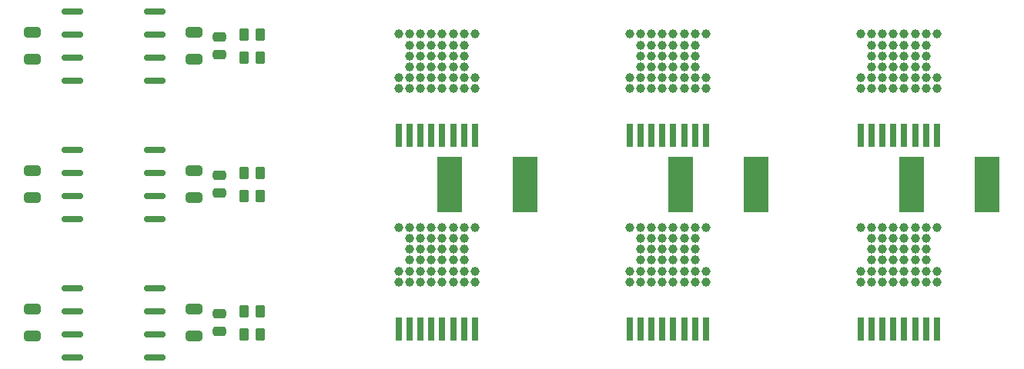
<source format=gbr>
%TF.GenerationSoftware,KiCad,Pcbnew,(7.0.0-0)*%
%TF.CreationDate,2023-06-28T09:11:26-07:00*%
%TF.ProjectId,Power Stage,506f7765-7220-4537-9461-67652e6b6963,rev?*%
%TF.SameCoordinates,Original*%
%TF.FileFunction,Paste,Bot*%
%TF.FilePolarity,Positive*%
%FSLAX46Y46*%
G04 Gerber Fmt 4.6, Leading zero omitted, Abs format (unit mm)*
G04 Created by KiCad (PCBNEW (7.0.0-0)) date 2023-06-28 09:11:26*
%MOMM*%
%LPD*%
G01*
G04 APERTURE LIST*
G04 Aperture macros list*
%AMRoundRect*
0 Rectangle with rounded corners*
0 $1 Rounding radius*
0 $2 $3 $4 $5 $6 $7 $8 $9 X,Y pos of 4 corners*
0 Add a 4 corners polygon primitive as box body*
4,1,4,$2,$3,$4,$5,$6,$7,$8,$9,$2,$3,0*
0 Add four circle primitives for the rounded corners*
1,1,$1+$1,$2,$3*
1,1,$1+$1,$4,$5*
1,1,$1+$1,$6,$7*
1,1,$1+$1,$8,$9*
0 Add four rect primitives between the rounded corners*
20,1,$1+$1,$2,$3,$4,$5,0*
20,1,$1+$1,$4,$5,$6,$7,0*
20,1,$1+$1,$6,$7,$8,$9,0*
20,1,$1+$1,$8,$9,$2,$3,0*%
G04 Aperture macros list end*
%ADD10C,1.000000*%
%ADD11R,0.700000X2.600000*%
%ADD12RoundRect,0.162500X1.012500X0.162500X-1.012500X0.162500X-1.012500X-0.162500X1.012500X-0.162500X0*%
%ADD13RoundRect,0.250000X0.262500X0.450000X-0.262500X0.450000X-0.262500X-0.450000X0.262500X-0.450000X0*%
%ADD14R,2.700000X6.200000*%
%ADD15RoundRect,0.250000X-0.650000X0.325000X-0.650000X-0.325000X0.650000X-0.325000X0.650000X0.325000X0*%
%ADD16RoundRect,0.250000X-0.475000X0.250000X-0.475000X-0.250000X0.475000X-0.250000X0.475000X0.250000X0*%
G04 APERTURE END LIST*
D10*
%TO.C,Q6*%
X230400000Y-111160000D03*
X225600000Y-106360000D03*
X230400000Y-112360000D03*
X231600000Y-111160000D03*
X229200000Y-106360000D03*
X231600000Y-107560000D03*
X232800000Y-106360000D03*
D11*
X232799999Y-117539999D03*
D10*
X226800000Y-111160000D03*
D11*
X227999999Y-117539999D03*
D10*
X229200000Y-109960000D03*
X229200000Y-112360000D03*
X225600000Y-109960000D03*
D11*
X229199999Y-117539999D03*
X230399999Y-117539999D03*
D10*
X225600000Y-107560000D03*
X230400000Y-106360000D03*
X226800000Y-107560000D03*
X226800000Y-109960000D03*
X230400000Y-107560000D03*
D11*
X225599999Y-117539999D03*
D10*
X225600000Y-112360000D03*
X224400000Y-106360000D03*
X231600000Y-108760000D03*
X225600000Y-111160000D03*
D11*
X224399999Y-117539999D03*
D10*
X224400000Y-112360000D03*
X229200000Y-111160000D03*
X232800000Y-112360000D03*
X225600000Y-108760000D03*
X230400000Y-108760000D03*
X231600000Y-112360000D03*
X229200000Y-107560000D03*
X229200000Y-108760000D03*
X228000000Y-108760000D03*
X226800000Y-108760000D03*
X232800000Y-111160000D03*
X228000000Y-112360000D03*
X231600000Y-109960000D03*
D11*
X226799999Y-117539999D03*
D10*
X226800000Y-112360000D03*
X228000000Y-109960000D03*
X224400000Y-111160000D03*
X228000000Y-111160000D03*
X228000000Y-107560000D03*
X231600000Y-106360000D03*
X228000000Y-106360000D03*
X230400000Y-109960000D03*
D11*
X231599999Y-117539999D03*
D10*
X226800000Y-106360000D03*
%TD*%
%TO.C,Q5*%
X230400000Y-89868000D03*
X225600000Y-85068000D03*
X230400000Y-91068000D03*
X231600000Y-89868000D03*
X229200000Y-85068000D03*
X231600000Y-86268000D03*
X232800000Y-85068000D03*
D11*
X232799999Y-96247999D03*
D10*
X226800000Y-89868000D03*
D11*
X227999999Y-96247999D03*
D10*
X229200000Y-88668000D03*
X229200000Y-91068000D03*
X225600000Y-88668000D03*
D11*
X229199999Y-96247999D03*
X230399999Y-96247999D03*
D10*
X225600000Y-86268000D03*
X230400000Y-85068000D03*
X226800000Y-86268000D03*
X226800000Y-88668000D03*
X230400000Y-86268000D03*
D11*
X225599999Y-96247999D03*
D10*
X225600000Y-91068000D03*
X224400000Y-85068000D03*
X231600000Y-87468000D03*
X225600000Y-89868000D03*
D11*
X224399999Y-96247999D03*
D10*
X224400000Y-91068000D03*
X229200000Y-89868000D03*
X232800000Y-91068000D03*
X225600000Y-87468000D03*
X230400000Y-87468000D03*
X231600000Y-91068000D03*
X229200000Y-86268000D03*
X229200000Y-87468000D03*
X228000000Y-87468000D03*
X226800000Y-87468000D03*
X232800000Y-89868000D03*
X228000000Y-91068000D03*
X231600000Y-88668000D03*
D11*
X226799999Y-96247999D03*
D10*
X226800000Y-91068000D03*
X228000000Y-88668000D03*
X224400000Y-89868000D03*
X228000000Y-89868000D03*
X228000000Y-86268000D03*
X231600000Y-85068000D03*
X228000000Y-85068000D03*
X230400000Y-88668000D03*
D11*
X231599999Y-96247999D03*
D10*
X226800000Y-85068000D03*
%TD*%
%TO.C,Q4*%
X205000000Y-111160000D03*
X200200000Y-106360000D03*
X205000000Y-112360000D03*
X206200000Y-111160000D03*
X203800000Y-106360000D03*
X206200000Y-107560000D03*
X207400000Y-106360000D03*
D11*
X207399999Y-117539999D03*
D10*
X201400000Y-111160000D03*
D11*
X202599999Y-117539999D03*
D10*
X203800000Y-109960000D03*
X203800000Y-112360000D03*
X200200000Y-109960000D03*
D11*
X203799999Y-117539999D03*
X204999999Y-117539999D03*
D10*
X200200000Y-107560000D03*
X205000000Y-106360000D03*
X201400000Y-107560000D03*
X201400000Y-109960000D03*
X205000000Y-107560000D03*
D11*
X200199999Y-117539999D03*
D10*
X200200000Y-112360000D03*
X199000000Y-106360000D03*
X206200000Y-108760000D03*
X200200000Y-111160000D03*
D11*
X198999999Y-117539999D03*
D10*
X199000000Y-112360000D03*
X203800000Y-111160000D03*
X207400000Y-112360000D03*
X200200000Y-108760000D03*
X205000000Y-108760000D03*
X206200000Y-112360000D03*
X203800000Y-107560000D03*
X203800000Y-108760000D03*
X202600000Y-108760000D03*
X201400000Y-108760000D03*
X207400000Y-111160000D03*
X202600000Y-112360000D03*
X206200000Y-109960000D03*
D11*
X201399999Y-117539999D03*
D10*
X201400000Y-112360000D03*
X202600000Y-109960000D03*
X199000000Y-111160000D03*
X202600000Y-111160000D03*
X202600000Y-107560000D03*
X206200000Y-106360000D03*
X202600000Y-106360000D03*
X205000000Y-109960000D03*
D11*
X206199999Y-117539999D03*
D10*
X201400000Y-106360000D03*
%TD*%
%TO.C,Q3*%
X205000000Y-89868000D03*
X200200000Y-85068000D03*
X205000000Y-91068000D03*
X206200000Y-89868000D03*
X203800000Y-85068000D03*
X206200000Y-86268000D03*
X207400000Y-85068000D03*
D11*
X207399999Y-96247999D03*
D10*
X201400000Y-89868000D03*
D11*
X202599999Y-96247999D03*
D10*
X203800000Y-88668000D03*
X203800000Y-91068000D03*
X200200000Y-88668000D03*
D11*
X203799999Y-96247999D03*
X204999999Y-96247999D03*
D10*
X200200000Y-86268000D03*
X205000000Y-85068000D03*
X201400000Y-86268000D03*
X201400000Y-88668000D03*
X205000000Y-86268000D03*
D11*
X200199999Y-96247999D03*
D10*
X200200000Y-91068000D03*
X199000000Y-85068000D03*
X206200000Y-87468000D03*
X200200000Y-89868000D03*
D11*
X198999999Y-96247999D03*
D10*
X199000000Y-91068000D03*
X203800000Y-89868000D03*
X207400000Y-91068000D03*
X200200000Y-87468000D03*
X205000000Y-87468000D03*
X206200000Y-91068000D03*
X203800000Y-86268000D03*
X203800000Y-87468000D03*
X202600000Y-87468000D03*
X201400000Y-87468000D03*
X207400000Y-89868000D03*
X202600000Y-91068000D03*
X206200000Y-88668000D03*
D11*
X201399999Y-96247999D03*
D10*
X201400000Y-91068000D03*
X202600000Y-88668000D03*
X199000000Y-89868000D03*
X202600000Y-89868000D03*
X202600000Y-86268000D03*
X206200000Y-85068000D03*
X202600000Y-85068000D03*
X205000000Y-88668000D03*
D11*
X206199999Y-96247999D03*
D10*
X201400000Y-85068000D03*
%TD*%
%TO.C,Q2*%
X179600000Y-111160000D03*
X174800000Y-106360000D03*
X179600000Y-112360000D03*
X180800000Y-111160000D03*
X178400000Y-106360000D03*
X180800000Y-107560000D03*
X182000000Y-106360000D03*
D11*
X181999999Y-117539999D03*
D10*
X176000000Y-111160000D03*
D11*
X177199999Y-117539999D03*
D10*
X178400000Y-109960000D03*
X178400000Y-112360000D03*
X174800000Y-109960000D03*
D11*
X178399999Y-117539999D03*
X179599999Y-117539999D03*
D10*
X174800000Y-107560000D03*
X179600000Y-106360000D03*
X176000000Y-107560000D03*
X176000000Y-109960000D03*
X179600000Y-107560000D03*
D11*
X174799999Y-117539999D03*
D10*
X174800000Y-112360000D03*
X173600000Y-106360000D03*
X180800000Y-108760000D03*
X174800000Y-111160000D03*
D11*
X173599999Y-117539999D03*
D10*
X173600000Y-112360000D03*
X178400000Y-111160000D03*
X182000000Y-112360000D03*
X174800000Y-108760000D03*
X179600000Y-108760000D03*
X180800000Y-112360000D03*
X178400000Y-107560000D03*
X178400000Y-108760000D03*
X177200000Y-108760000D03*
X176000000Y-108760000D03*
X182000000Y-111160000D03*
X177200000Y-112360000D03*
X180800000Y-109960000D03*
D11*
X175999999Y-117539999D03*
D10*
X176000000Y-112360000D03*
X177200000Y-109960000D03*
X173600000Y-111160000D03*
X177200000Y-111160000D03*
X177200000Y-107560000D03*
X180800000Y-106360000D03*
X177200000Y-106360000D03*
X179600000Y-109960000D03*
D11*
X180799999Y-117539999D03*
D10*
X176000000Y-106360000D03*
%TD*%
%TO.C,Q1*%
X179600000Y-89868000D03*
X174800000Y-85068000D03*
X179600000Y-91068000D03*
X180800000Y-89868000D03*
X178400000Y-85068000D03*
X180800000Y-86268000D03*
X182000000Y-85068000D03*
D11*
X181999999Y-96247999D03*
D10*
X176000000Y-89868000D03*
D11*
X177199999Y-96247999D03*
D10*
X178400000Y-88668000D03*
X178400000Y-91068000D03*
X174800000Y-88668000D03*
D11*
X178399999Y-96247999D03*
X179599999Y-96247999D03*
D10*
X174800000Y-86268000D03*
X179600000Y-85068000D03*
X176000000Y-86268000D03*
X176000000Y-88668000D03*
X179600000Y-86268000D03*
D11*
X174799999Y-96247999D03*
D10*
X174800000Y-91068000D03*
X173600000Y-85068000D03*
X180800000Y-87468000D03*
X174800000Y-89868000D03*
D11*
X173599999Y-96247999D03*
D10*
X173600000Y-91068000D03*
X178400000Y-89868000D03*
X182000000Y-91068000D03*
X174800000Y-87468000D03*
X179600000Y-87468000D03*
X180800000Y-91068000D03*
X178400000Y-86268000D03*
X178400000Y-87468000D03*
X177200000Y-87468000D03*
X176000000Y-87468000D03*
X182000000Y-89868000D03*
X177200000Y-91068000D03*
X180800000Y-88668000D03*
D11*
X175999999Y-96247999D03*
D10*
X176000000Y-91068000D03*
X177200000Y-88668000D03*
X173600000Y-89868000D03*
X177200000Y-89868000D03*
X177200000Y-86268000D03*
X180800000Y-85068000D03*
X177200000Y-85068000D03*
X179600000Y-88668000D03*
D11*
X180799999Y-96247999D03*
D10*
X176000000Y-85068000D03*
%TD*%
D12*
%TO.C,U9*%
X146765000Y-113030000D03*
X146765000Y-115570000D03*
X146765000Y-118110000D03*
X146765000Y-120650000D03*
X137715000Y-120650000D03*
X137715000Y-118110000D03*
X137715000Y-115570000D03*
X137715000Y-113030000D03*
%TD*%
%TO.C,U8*%
X137715000Y-97790000D03*
X137715000Y-100330000D03*
X137715000Y-102870000D03*
X137715000Y-105410000D03*
X146765000Y-105410000D03*
X146765000Y-102870000D03*
X146765000Y-100330000D03*
X146765000Y-97790000D03*
%TD*%
%TO.C,U7*%
X146765000Y-82550000D03*
X146765000Y-85090000D03*
X146765000Y-87630000D03*
X146765000Y-90170000D03*
X137715000Y-90170000D03*
X137715000Y-87630000D03*
X137715000Y-85090000D03*
X137715000Y-82550000D03*
%TD*%
D13*
%TO.C,R42*%
X158392500Y-118110000D03*
X156567500Y-118110000D03*
%TD*%
%TO.C,R41*%
X158392500Y-115570000D03*
X156567500Y-115570000D03*
%TD*%
%TO.C,R40*%
X158392500Y-102870000D03*
X156567500Y-102870000D03*
%TD*%
%TO.C,R39*%
X158392500Y-100330000D03*
X156567500Y-100330000D03*
%TD*%
%TO.C,R38*%
X158392500Y-87630000D03*
X156567500Y-87630000D03*
%TD*%
%TO.C,R37*%
X158392500Y-85090000D03*
X156567500Y-85090000D03*
%TD*%
D14*
%TO.C,R36*%
X238337999Y-101599999D03*
X230037999Y-101599999D03*
%TD*%
%TO.C,R35*%
X212937999Y-101599999D03*
X204637999Y-101599999D03*
%TD*%
%TO.C,R34*%
X187537999Y-101599999D03*
X179237999Y-101599999D03*
%TD*%
D15*
%TO.C,C39*%
X133350000Y-115365000D03*
X133350000Y-118315000D03*
%TD*%
%TO.C,C38*%
X133350000Y-100125000D03*
X133350000Y-103075000D03*
%TD*%
%TO.C,C37*%
X133350000Y-84885000D03*
X133350000Y-87835000D03*
%TD*%
%TO.C,C36*%
X151130000Y-115365000D03*
X151130000Y-118315000D03*
%TD*%
%TO.C,C35*%
X151130000Y-100125000D03*
X151130000Y-103075000D03*
%TD*%
%TO.C,C34*%
X151130000Y-84885000D03*
X151130000Y-87835000D03*
%TD*%
D16*
%TO.C,C33*%
X153924000Y-115890000D03*
X153924000Y-117790000D03*
%TD*%
%TO.C,C32*%
X153924000Y-100650000D03*
X153924000Y-102550000D03*
%TD*%
%TO.C,C31*%
X153924000Y-85410000D03*
X153924000Y-87310000D03*
%TD*%
M02*

</source>
